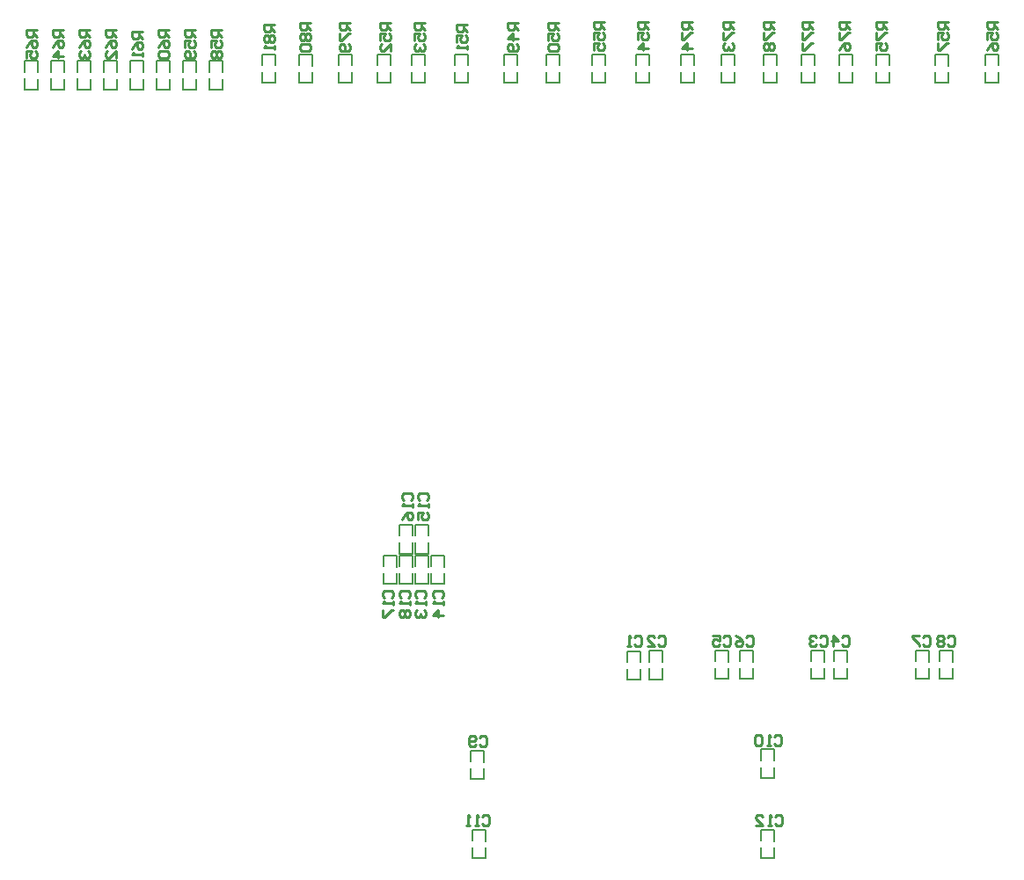
<source format=gbo>
G04*
G04 #@! TF.GenerationSoftware,Altium Limited,Altium Designer,22.3.1 (43)*
G04*
G04 Layer_Color=32896*
%FSLAX25Y25*%
%MOIN*%
G70*
G04*
G04 #@! TF.SameCoordinates,6E346DA1-06B3-48DF-BE1B-420114EF1470*
G04*
G04*
G04 #@! TF.FilePolarity,Positive*
G04*
G01*
G75*
%ADD11C,0.01000*%
%ADD12C,0.00500*%
D11*
X325499Y357832D02*
X321501D01*
Y355832D01*
X322167Y355166D01*
X323500D01*
X324166Y355832D01*
Y357832D01*
Y356499D02*
X325499Y355166D01*
X321501Y353833D02*
Y351167D01*
X322167D01*
X324833Y353833D01*
X325499D01*
Y347835D02*
X321501D01*
X323500Y349834D01*
Y347168D01*
X292099Y357832D02*
X288101D01*
Y355832D01*
X288767Y355166D01*
X290100D01*
X290766Y355832D01*
Y357832D01*
Y356499D02*
X292099Y355166D01*
X288101Y351167D02*
Y353833D01*
X290100D01*
X289434Y352500D01*
Y351834D01*
X290100Y351167D01*
X291433D01*
X292099Y351834D01*
Y353167D01*
X291433Y353833D01*
X288101Y347168D02*
Y349834D01*
X290100D01*
X289434Y348501D01*
Y347835D01*
X290100Y347168D01*
X291433D01*
X292099Y347835D01*
Y349168D01*
X291433Y349834D01*
X308799Y357832D02*
X304801D01*
Y355832D01*
X305467Y355166D01*
X306800D01*
X307466Y355832D01*
Y357832D01*
Y356499D02*
X308799Y355166D01*
X304801Y351167D02*
Y353833D01*
X306800D01*
X306134Y352500D01*
Y351834D01*
X306800Y351167D01*
X308133D01*
X308799Y351834D01*
Y353166D01*
X308133Y353833D01*
X308799Y347835D02*
X304801D01*
X306800Y349834D01*
Y347168D01*
X274699Y357332D02*
X270701D01*
Y355332D01*
X271367Y354666D01*
X272700D01*
X273366Y355332D01*
Y357332D01*
Y355999D02*
X274699Y354666D01*
X270701Y350667D02*
Y353333D01*
X272700D01*
X272034Y352000D01*
Y351334D01*
X272700Y350667D01*
X274033D01*
X274699Y351334D01*
Y352666D01*
X274033Y353333D01*
X271367Y349334D02*
X270701Y348668D01*
Y347335D01*
X271367Y346668D01*
X274033D01*
X274699Y347335D01*
Y348668D01*
X274033Y349334D01*
X271367D01*
X259299Y357332D02*
X255301D01*
Y355332D01*
X255967Y354666D01*
X257300D01*
X257966Y355332D01*
Y357332D01*
Y355999D02*
X259299Y354666D01*
Y351334D02*
X255301D01*
X257300Y353333D01*
Y350667D01*
X258633Y349334D02*
X259299Y348668D01*
Y347335D01*
X258633Y346668D01*
X255967D01*
X255301Y347335D01*
Y348668D01*
X255967Y349334D01*
X256633D01*
X257300Y348668D01*
Y346668D01*
X167099Y356665D02*
X163101D01*
Y354666D01*
X163767Y353999D01*
X165100D01*
X165766Y354666D01*
Y356665D01*
Y355332D02*
X167099Y353999D01*
X163767Y352666D02*
X163101Y352000D01*
Y350667D01*
X163767Y350001D01*
X164434D01*
X165100Y350667D01*
X165766Y350001D01*
X166433D01*
X167099Y350667D01*
Y352000D01*
X166433Y352666D01*
X165766D01*
X165100Y352000D01*
X164434Y352666D01*
X163767D01*
X165100Y352000D02*
Y350667D01*
X167099Y348668D02*
Y347335D01*
Y348001D01*
X163101D01*
X163767Y348668D01*
X180599Y357332D02*
X176601D01*
Y355332D01*
X177267Y354666D01*
X178600D01*
X179266Y355332D01*
Y357332D01*
Y355999D02*
X180599Y354666D01*
X177267Y353333D02*
X176601Y352666D01*
Y351334D01*
X177267Y350667D01*
X177934D01*
X178600Y351334D01*
X179266Y350667D01*
X179933D01*
X180599Y351334D01*
Y352666D01*
X179933Y353333D01*
X179266D01*
X178600Y352666D01*
X177934Y353333D01*
X177267D01*
X178600Y352666D02*
Y351334D01*
X177267Y349334D02*
X176601Y348668D01*
Y347335D01*
X177267Y346668D01*
X179933D01*
X180599Y347335D01*
Y348668D01*
X179933Y349334D01*
X177267D01*
X195649Y357332D02*
X191651D01*
Y355332D01*
X192317Y354666D01*
X193650D01*
X194316Y355332D01*
Y357332D01*
Y355999D02*
X195649Y354666D01*
X191651Y353333D02*
Y350667D01*
X192317D01*
X194983Y353333D01*
X195649D01*
X194983Y349334D02*
X195649Y348668D01*
Y347335D01*
X194983Y346668D01*
X192317D01*
X191651Y347335D01*
Y348668D01*
X192317Y349334D01*
X192983D01*
X193650Y348668D01*
Y346668D01*
X356499Y357832D02*
X352501D01*
Y355832D01*
X353167Y355166D01*
X354500D01*
X355166Y355832D01*
Y357832D01*
Y356499D02*
X356499Y355166D01*
X352501Y353833D02*
Y351167D01*
X353167D01*
X355833Y353833D01*
X356499D01*
X353167Y349834D02*
X352501Y349168D01*
Y347835D01*
X353167Y347168D01*
X353834D01*
X354500Y347835D01*
X355166Y347168D01*
X355833D01*
X356499Y347835D01*
Y349168D01*
X355833Y349834D01*
X355166D01*
X354500Y349168D01*
X353834Y349834D01*
X353167D01*
X354500Y349168D02*
Y347835D01*
X370999Y357832D02*
X367001D01*
Y355832D01*
X367667Y355166D01*
X369000D01*
X369666Y355832D01*
Y357832D01*
Y356499D02*
X370999Y355166D01*
X367001Y353833D02*
Y351167D01*
X367667D01*
X370333Y353833D01*
X370999D01*
X367001Y349834D02*
Y347168D01*
X367667D01*
X370333Y349834D01*
X370999D01*
X384999Y357832D02*
X381001D01*
Y355832D01*
X381667Y355166D01*
X383000D01*
X383666Y355832D01*
Y357832D01*
Y356499D02*
X384999Y355166D01*
X381001Y353833D02*
Y351167D01*
X381667D01*
X384333Y353833D01*
X384999D01*
X381001Y347168D02*
X381667Y348501D01*
X383000Y349834D01*
X384333D01*
X384999Y349168D01*
Y347835D01*
X384333Y347168D01*
X383666D01*
X383000Y347835D01*
Y349834D01*
X398999Y357832D02*
X395001D01*
Y355832D01*
X395667Y355166D01*
X397000D01*
X397666Y355832D01*
Y357832D01*
Y356499D02*
X398999Y355166D01*
X395001Y353833D02*
Y351167D01*
X395667D01*
X398333Y353833D01*
X398999D01*
X395001Y347168D02*
Y349834D01*
X397000D01*
X396334Y348501D01*
Y347835D01*
X397000Y347168D01*
X398333D01*
X398999Y347835D01*
Y349168D01*
X398333Y349834D01*
X340999Y357832D02*
X337001D01*
Y355832D01*
X337667Y355166D01*
X339000D01*
X339666Y355832D01*
Y357832D01*
Y356499D02*
X340999Y355166D01*
X337001Y353833D02*
Y351167D01*
X337667D01*
X340333Y353833D01*
X340999D01*
X337667Y349834D02*
X337001Y349168D01*
Y347835D01*
X337667Y347168D01*
X338334D01*
X339000Y347835D01*
Y348501D01*
Y347835D01*
X339666Y347168D01*
X340333D01*
X340999Y347835D01*
Y349168D01*
X340333Y349834D01*
X76999Y354832D02*
X73001D01*
Y352832D01*
X73667Y352166D01*
X75000D01*
X75666Y352832D01*
Y354832D01*
Y353499D02*
X76999Y352166D01*
X73001Y348167D02*
X73667Y349500D01*
X75000Y350833D01*
X76333D01*
X76999Y350167D01*
Y348834D01*
X76333Y348167D01*
X75666D01*
X75000Y348834D01*
Y350833D01*
X73001Y344168D02*
Y346834D01*
X75000D01*
X74334Y345501D01*
Y344835D01*
X75000Y344168D01*
X76333D01*
X76999Y344835D01*
Y346168D01*
X76333Y346834D01*
X86999Y354832D02*
X83001D01*
Y352832D01*
X83667Y352166D01*
X85000D01*
X85666Y352832D01*
Y354832D01*
Y353499D02*
X86999Y352166D01*
X83001Y348167D02*
X83667Y349500D01*
X85000Y350833D01*
X86333D01*
X86999Y350166D01*
Y348834D01*
X86333Y348167D01*
X85666D01*
X85000Y348834D01*
Y350833D01*
X86999Y344835D02*
X83001D01*
X85000Y346834D01*
Y344168D01*
X96999Y354832D02*
X93001D01*
Y352832D01*
X93667Y352166D01*
X95000D01*
X95666Y352832D01*
Y354832D01*
Y353499D02*
X96999Y352166D01*
X93001Y348167D02*
X93667Y349500D01*
X95000Y350833D01*
X96333D01*
X96999Y350167D01*
Y348834D01*
X96333Y348167D01*
X95666D01*
X95000Y348834D01*
Y350833D01*
X93667Y346834D02*
X93001Y346168D01*
Y344835D01*
X93667Y344168D01*
X94333D01*
X95000Y344835D01*
Y345501D01*
Y344835D01*
X95666Y344168D01*
X96333D01*
X96999Y344835D01*
Y346168D01*
X96333Y346834D01*
X106999Y354832D02*
X103001D01*
Y352832D01*
X103667Y352166D01*
X105000D01*
X105666Y352832D01*
Y354832D01*
Y353499D02*
X106999Y352166D01*
X103001Y348167D02*
X103667Y349500D01*
X105000Y350833D01*
X106333D01*
X106999Y350166D01*
Y348834D01*
X106333Y348167D01*
X105666D01*
X105000Y348834D01*
Y350833D01*
X106999Y344168D02*
Y346834D01*
X104333Y344168D01*
X103667D01*
X103001Y344835D01*
Y346168D01*
X103667Y346834D01*
X116999Y354165D02*
X113001D01*
Y352166D01*
X113667Y351499D01*
X115000D01*
X115666Y352166D01*
Y354165D01*
Y352832D02*
X116999Y351499D01*
X113001Y347501D02*
X113667Y348834D01*
X115000Y350166D01*
X116333D01*
X116999Y349500D01*
Y348167D01*
X116333Y347501D01*
X115666D01*
X115000Y348167D01*
Y350166D01*
X116999Y346168D02*
Y344835D01*
Y345501D01*
X113001D01*
X113667Y346168D01*
X126999Y354832D02*
X123001D01*
Y352832D01*
X123667Y352166D01*
X125000D01*
X125666Y352832D01*
Y354832D01*
Y353499D02*
X126999Y352166D01*
X123001Y348167D02*
X123667Y349500D01*
X125000Y350833D01*
X126333D01*
X126999Y350166D01*
Y348834D01*
X126333Y348167D01*
X125666D01*
X125000Y348834D01*
Y350833D01*
X123667Y346834D02*
X123001Y346168D01*
Y344835D01*
X123667Y344168D01*
X126333D01*
X126999Y344835D01*
Y346168D01*
X126333Y346834D01*
X123667D01*
X136999Y354832D02*
X133001D01*
Y352832D01*
X133667Y352166D01*
X135000D01*
X135666Y352832D01*
Y354832D01*
Y353499D02*
X136999Y352166D01*
X133001Y348167D02*
Y350833D01*
X135000D01*
X134334Y349500D01*
Y348834D01*
X135000Y348167D01*
X136333D01*
X136999Y348834D01*
Y350166D01*
X136333Y350833D01*
Y346834D02*
X136999Y346168D01*
Y344835D01*
X136333Y344168D01*
X133667D01*
X133001Y344835D01*
Y346168D01*
X133667Y346834D01*
X134334D01*
X135000Y346168D01*
Y344168D01*
X146999Y354832D02*
X143001D01*
Y352832D01*
X143667Y352166D01*
X145000D01*
X145666Y352832D01*
Y354832D01*
Y353499D02*
X146999Y352166D01*
X143001Y348167D02*
Y350833D01*
X145000D01*
X144334Y349500D01*
Y348834D01*
X145000Y348167D01*
X146333D01*
X146999Y348834D01*
Y350166D01*
X146333Y350833D01*
X143667Y346834D02*
X143001Y346168D01*
Y344835D01*
X143667Y344168D01*
X144334D01*
X145000Y344835D01*
X145666Y344168D01*
X146333D01*
X146999Y344835D01*
Y346168D01*
X146333Y346834D01*
X145666D01*
X145000Y346168D01*
X144334Y346834D01*
X143667D01*
X145000Y346168D02*
Y344835D01*
X422199Y357832D02*
X418201D01*
Y355832D01*
X418867Y355166D01*
X420200D01*
X420866Y355832D01*
Y357832D01*
Y356499D02*
X422199Y355166D01*
X418201Y351167D02*
Y353833D01*
X420200D01*
X419534Y352500D01*
Y351834D01*
X420200Y351167D01*
X421533D01*
X422199Y351834D01*
Y353166D01*
X421533Y353833D01*
X418201Y349834D02*
Y347168D01*
X418867D01*
X421533Y349834D01*
X422199D01*
X440999Y357832D02*
X437001D01*
Y355832D01*
X437667Y355166D01*
X439000D01*
X439666Y355832D01*
Y357832D01*
Y356499D02*
X440999Y355166D01*
X437001Y351167D02*
Y353833D01*
X439000D01*
X438334Y352500D01*
Y351834D01*
X439000Y351167D01*
X440333D01*
X440999Y351834D01*
Y353166D01*
X440333Y353833D01*
X437001Y347168D02*
X437667Y348501D01*
X439000Y349834D01*
X440333D01*
X440999Y349168D01*
Y347835D01*
X440333Y347168D01*
X439666D01*
X439000Y347835D01*
Y349834D01*
X223999Y357332D02*
X220001D01*
Y355332D01*
X220667Y354666D01*
X222000D01*
X222666Y355332D01*
Y357332D01*
Y355999D02*
X223999Y354666D01*
X220001Y350667D02*
Y353333D01*
X222000D01*
X221334Y352000D01*
Y351334D01*
X222000Y350667D01*
X223333D01*
X223999Y351334D01*
Y352666D01*
X223333Y353333D01*
X220667Y349334D02*
X220001Y348668D01*
Y347335D01*
X220667Y346668D01*
X221334D01*
X222000Y347335D01*
Y348001D01*
Y347335D01*
X222666Y346668D01*
X223333D01*
X223999Y347335D01*
Y348668D01*
X223333Y349334D01*
X210899Y357332D02*
X206901D01*
Y355332D01*
X207567Y354666D01*
X208900D01*
X209566Y355332D01*
Y357332D01*
Y355999D02*
X210899Y354666D01*
X206901Y350667D02*
Y353333D01*
X208900D01*
X208233Y352000D01*
Y351334D01*
X208900Y350667D01*
X210233D01*
X210899Y351334D01*
Y352666D01*
X210233Y353333D01*
X210899Y346668D02*
Y349334D01*
X208233Y346668D01*
X207567D01*
X206901Y347335D01*
Y348668D01*
X207567Y349334D01*
X240099Y356665D02*
X236101D01*
Y354666D01*
X236767Y353999D01*
X238100D01*
X238766Y354666D01*
Y356665D01*
Y355332D02*
X240099Y353999D01*
X236101Y350001D02*
Y352666D01*
X238100D01*
X237434Y351334D01*
Y350667D01*
X238100Y350001D01*
X239433D01*
X240099Y350667D01*
Y352000D01*
X239433Y352666D01*
X240099Y348668D02*
Y347335D01*
Y348001D01*
X236101D01*
X236767Y348668D01*
X215067Y139333D02*
X214401Y139999D01*
Y141332D01*
X215067Y141998D01*
X217733D01*
X218399Y141332D01*
Y139999D01*
X217733Y139333D01*
X218399Y138000D02*
Y136667D01*
Y137333D01*
X214401D01*
X215067Y138000D01*
Y134667D02*
X214401Y134001D01*
Y132668D01*
X215067Y132002D01*
X215734D01*
X216400Y132668D01*
X217066Y132002D01*
X217733D01*
X218399Y132668D01*
Y134001D01*
X217733Y134667D01*
X217066D01*
X216400Y134001D01*
X215734Y134667D01*
X215067D01*
X216400Y134001D02*
Y132668D01*
X208667Y139333D02*
X208001Y139999D01*
Y141332D01*
X208667Y141998D01*
X211333D01*
X211999Y141332D01*
Y139999D01*
X211333Y139333D01*
X211999Y138000D02*
Y136667D01*
Y137333D01*
X208001D01*
X208667Y138000D01*
X208001Y134667D02*
Y132002D01*
X208667D01*
X211333Y134667D01*
X211999D01*
X216167Y176533D02*
X215501Y177199D01*
Y178532D01*
X216167Y179198D01*
X218833D01*
X219499Y178532D01*
Y177199D01*
X218833Y176533D01*
X219499Y175200D02*
Y173867D01*
Y174533D01*
X215501D01*
X216167Y175200D01*
X215501Y169202D02*
X216167Y170535D01*
X217500Y171867D01*
X218833D01*
X219499Y171201D01*
Y169868D01*
X218833Y169202D01*
X218166D01*
X217500Y169868D01*
Y171867D01*
X221867Y176433D02*
X221201Y177099D01*
Y178432D01*
X221867Y179098D01*
X224533D01*
X225199Y178432D01*
Y177099D01*
X224533Y176433D01*
X225199Y175100D02*
Y173767D01*
Y174433D01*
X221201D01*
X221867Y175100D01*
X221201Y169102D02*
Y171767D01*
X223200D01*
X222534Y170434D01*
Y169768D01*
X223200Y169102D01*
X224533D01*
X225199Y169768D01*
Y171101D01*
X224533Y171767D01*
X227767Y139433D02*
X227101Y140099D01*
Y141432D01*
X227767Y142098D01*
X230433D01*
X231099Y141432D01*
Y140099D01*
X230433Y139433D01*
X231099Y138100D02*
Y136767D01*
Y137433D01*
X227101D01*
X227767Y138100D01*
X231099Y132768D02*
X227101D01*
X229100Y134767D01*
Y132102D01*
X221167Y139333D02*
X220501Y139999D01*
Y141332D01*
X221167Y141998D01*
X223833D01*
X224499Y141332D01*
Y139999D01*
X223833Y139333D01*
X224499Y138000D02*
Y136667D01*
Y137333D01*
X220501D01*
X221167Y138000D01*
Y134667D02*
X220501Y134001D01*
Y132668D01*
X221167Y132002D01*
X221834D01*
X222500Y132668D01*
Y133335D01*
Y132668D01*
X223166Y132002D01*
X223833D01*
X224499Y132668D01*
Y134001D01*
X223833Y134667D01*
X356833Y56333D02*
X357499Y56999D01*
X358832D01*
X359498Y56333D01*
Y53667D01*
X358832Y53001D01*
X357499D01*
X356833Y53667D01*
X355500Y53001D02*
X354167D01*
X354833D01*
Y56999D01*
X355500Y56333D01*
X349502Y53001D02*
X352167D01*
X349502Y55666D01*
Y56333D01*
X350168Y56999D01*
X351501D01*
X352167Y56333D01*
X245666D02*
X246333Y56999D01*
X247666D01*
X248332Y56333D01*
Y53667D01*
X247666Y53001D01*
X246333D01*
X245666Y53667D01*
X244333Y53001D02*
X243000D01*
X243667D01*
Y56999D01*
X244333Y56333D01*
X241001Y53001D02*
X239668D01*
X240335D01*
Y56999D01*
X241001Y56333D01*
X356333Y86833D02*
X356999Y87499D01*
X358332D01*
X358998Y86833D01*
Y84167D01*
X358332Y83501D01*
X356999D01*
X356333Y84167D01*
X355000Y83501D02*
X353667D01*
X354333D01*
Y87499D01*
X355000Y86833D01*
X351667D02*
X351001Y87499D01*
X349668D01*
X349002Y86833D01*
Y84167D01*
X349668Y83501D01*
X351001D01*
X351667Y84167D01*
Y86833D01*
X244666Y86333D02*
X245333Y86999D01*
X246666D01*
X247332Y86333D01*
Y83667D01*
X246666Y83001D01*
X245333D01*
X244666Y83667D01*
X243334D02*
X242667Y83001D01*
X241334D01*
X240668Y83667D01*
Y86333D01*
X241334Y86999D01*
X242667D01*
X243334Y86333D01*
Y85666D01*
X242667Y85000D01*
X240668D01*
X422166Y124333D02*
X422833Y124999D01*
X424166D01*
X424832Y124333D01*
Y121667D01*
X424166Y121001D01*
X422833D01*
X422166Y121667D01*
X420833Y124333D02*
X420167Y124999D01*
X418834D01*
X418168Y124333D01*
Y123667D01*
X418834Y123000D01*
X418168Y122334D01*
Y121667D01*
X418834Y121001D01*
X420167D01*
X420833Y121667D01*
Y122334D01*
X420167Y123000D01*
X420833Y123667D01*
Y124333D01*
X420167Y123000D02*
X418834D01*
X412666Y124333D02*
X413333Y124999D01*
X414666D01*
X415332Y124333D01*
Y121667D01*
X414666Y121001D01*
X413333D01*
X412666Y121667D01*
X411334Y124999D02*
X408668D01*
Y124333D01*
X411334Y121667D01*
Y121001D01*
X345666Y124333D02*
X346333Y124999D01*
X347666D01*
X348332Y124333D01*
Y121667D01*
X347666Y121001D01*
X346333D01*
X345666Y121667D01*
X341668Y124999D02*
X343001Y124333D01*
X344334Y123000D01*
Y121667D01*
X343667Y121001D01*
X342334D01*
X341668Y121667D01*
Y122334D01*
X342334Y123000D01*
X344334D01*
X337166Y124333D02*
X337833Y124999D01*
X339166D01*
X339832Y124333D01*
Y121667D01*
X339166Y121001D01*
X337833D01*
X337166Y121667D01*
X333168Y124999D02*
X335834D01*
Y123000D01*
X334501Y123667D01*
X333834D01*
X333168Y123000D01*
Y121667D01*
X333834Y121001D01*
X335167D01*
X335834Y121667D01*
X382166Y124333D02*
X382833Y124999D01*
X384166D01*
X384832Y124333D01*
Y121667D01*
X384166Y121001D01*
X382833D01*
X382166Y121667D01*
X378834Y121001D02*
Y124999D01*
X380834Y123000D01*
X378168D01*
X373666Y124333D02*
X374333Y124999D01*
X375666D01*
X376332Y124333D01*
Y121667D01*
X375666Y121001D01*
X374333D01*
X373666Y121667D01*
X372334Y124333D02*
X371667Y124999D01*
X370334D01*
X369668Y124333D01*
Y123667D01*
X370334Y123000D01*
X371001D01*
X370334D01*
X369668Y122334D01*
Y121667D01*
X370334Y121001D01*
X371667D01*
X372334Y121667D01*
X312366Y124333D02*
X313033Y124999D01*
X314366D01*
X315032Y124333D01*
Y121667D01*
X314366Y121001D01*
X313033D01*
X312366Y121667D01*
X308368Y121001D02*
X311034D01*
X308368Y123667D01*
Y124333D01*
X309034Y124999D01*
X310367D01*
X311034Y124333D01*
X303400D02*
X304066Y124999D01*
X305399D01*
X306066Y124333D01*
Y121667D01*
X305399Y121001D01*
X304066D01*
X303400Y121667D01*
X302067Y121001D02*
X300734D01*
X301401D01*
Y124999D01*
X302067Y124333D01*
D12*
X441500Y341300D02*
Y345400D01*
X436500D02*
X441500D01*
X436500Y341300D02*
Y345400D01*
Y334600D02*
Y338800D01*
Y334600D02*
X441500D01*
Y338700D01*
X417500Y334600D02*
Y338700D01*
Y334600D02*
X422500D01*
Y338700D01*
Y341200D02*
Y345400D01*
X417500D02*
X422500D01*
X417500Y341300D02*
Y345400D01*
X357500Y341300D02*
Y345400D01*
X352500D02*
X357500D01*
X352500Y341300D02*
Y345400D01*
Y334600D02*
Y338800D01*
Y334600D02*
X357500D01*
Y338700D01*
X371600Y341300D02*
Y345400D01*
X366600D02*
X371600D01*
X366600Y341300D02*
Y345400D01*
Y334600D02*
Y338800D01*
Y334600D02*
X371600D01*
Y338700D01*
X400000Y341300D02*
Y345400D01*
X395000D02*
X400000D01*
X395000Y341300D02*
Y345400D01*
Y334600D02*
Y338800D01*
Y334600D02*
X400000D01*
Y338700D01*
X386000Y341300D02*
Y345400D01*
X381000D02*
X386000D01*
X381000Y341300D02*
Y345400D01*
Y334600D02*
Y338800D01*
Y334600D02*
X386000D01*
Y338700D01*
X326000Y334600D02*
Y338700D01*
X321000Y334600D02*
X326000D01*
X321000D02*
Y338800D01*
Y341300D02*
Y345400D01*
X326000D01*
Y341300D02*
Y345400D01*
X292500Y341300D02*
Y345400D01*
X287500D02*
X292500D01*
X287500Y341300D02*
Y345400D01*
Y334600D02*
Y338800D01*
Y334600D02*
X292500D01*
Y338700D01*
X309000Y334600D02*
Y338700D01*
X304000Y334600D02*
X309000D01*
X304000D02*
Y338800D01*
Y341300D02*
Y345400D01*
X309000D01*
Y341300D02*
Y345400D01*
X275000Y334600D02*
Y338700D01*
X270000Y334600D02*
X275000D01*
X270000D02*
Y338800D01*
Y341300D02*
Y345400D01*
X275000D01*
Y341300D02*
Y345400D01*
X259000Y334600D02*
Y338700D01*
X254000Y334600D02*
X259000D01*
X254000D02*
Y338800D01*
Y341300D02*
Y345400D01*
X259000D01*
Y341300D02*
Y345400D01*
X341500Y341300D02*
Y345400D01*
X336500D02*
X341500D01*
X336500Y341300D02*
Y345400D01*
Y334600D02*
Y338800D01*
Y334600D02*
X341500D01*
Y338700D01*
X211000Y334600D02*
Y338700D01*
X206000Y334600D02*
X211000D01*
X206000D02*
Y338800D01*
Y341300D02*
Y345400D01*
X211000D01*
Y341300D02*
Y345400D01*
X196500Y341300D02*
Y345400D01*
X191500D02*
X196500D01*
X191500Y341300D02*
Y345400D01*
Y334600D02*
Y338800D01*
Y334600D02*
X196500D01*
Y338700D01*
X176500Y334600D02*
Y338700D01*
Y334600D02*
X181500D01*
Y338700D01*
Y341200D02*
Y345400D01*
X176500D02*
X181500D01*
X176500Y341300D02*
Y345400D01*
X167500Y341300D02*
Y345400D01*
X162500D02*
X167500D01*
X162500Y341300D02*
Y345400D01*
Y334600D02*
Y338800D01*
Y334600D02*
X167500D01*
Y338700D01*
X240500Y341300D02*
Y345400D01*
X235500D02*
X240500D01*
X235500Y341300D02*
Y345400D01*
Y334600D02*
Y338800D01*
Y334600D02*
X240500D01*
Y338700D01*
X224000Y341300D02*
Y345400D01*
X219000D02*
X224000D01*
X219000Y341300D02*
Y345400D01*
Y334600D02*
Y338800D01*
Y334600D02*
X224000D01*
Y338700D01*
X87500Y338800D02*
Y342900D01*
X82500D02*
X87500D01*
X82500Y338800D02*
Y342900D01*
Y332100D02*
Y336300D01*
Y332100D02*
X87500D01*
Y336200D01*
X147500Y338800D02*
Y342900D01*
X142500D02*
X147500D01*
X142500Y338800D02*
Y342900D01*
Y332100D02*
Y336300D01*
Y332100D02*
X147500D01*
Y336200D01*
X137500Y338800D02*
Y342900D01*
X132500D02*
X137500D01*
X132500Y338800D02*
Y342900D01*
Y332100D02*
Y336300D01*
Y332100D02*
X137500D01*
Y336200D01*
X127500Y338800D02*
Y342900D01*
X122500D02*
X127500D01*
X122500Y338800D02*
Y342900D01*
Y332100D02*
Y336300D01*
Y332100D02*
X127500D01*
Y336200D01*
X117500Y338800D02*
Y342900D01*
X112500D02*
X117500D01*
X112500Y338800D02*
Y342900D01*
Y332100D02*
Y336300D01*
Y332100D02*
X117500D01*
Y336200D01*
X107500Y338800D02*
Y342900D01*
X102500D02*
X107500D01*
X102500Y338800D02*
Y342900D01*
Y332100D02*
Y336300D01*
Y332100D02*
X107500D01*
Y336200D01*
X97500Y338800D02*
Y342900D01*
X92500D02*
X97500D01*
X92500Y338800D02*
Y342900D01*
Y332100D02*
Y336300D01*
Y332100D02*
X97500D01*
Y336200D01*
X77500Y338800D02*
Y342900D01*
X72500D02*
X77500D01*
X72500Y338800D02*
Y342900D01*
Y332100D02*
Y336300D01*
Y332100D02*
X77500D01*
Y336200D01*
X309000Y108500D02*
Y112600D01*
Y108500D02*
X314000D01*
Y112600D01*
Y115100D02*
Y119300D01*
X309000D02*
X314000D01*
X309000Y115200D02*
Y119300D01*
X410000Y108600D02*
Y112700D01*
Y108600D02*
X415000D01*
Y112700D01*
Y115200D02*
Y119400D01*
X410000D02*
X415000D01*
X410000Y115300D02*
Y119400D01*
X351500Y71100D02*
Y75200D01*
Y71100D02*
X356500D01*
Y75200D01*
Y77700D02*
Y81900D01*
X351500D02*
X356500D01*
X351500Y77800D02*
Y81900D01*
X241500Y70600D02*
Y74700D01*
Y70600D02*
X246500D01*
Y74700D01*
Y77200D02*
Y81400D01*
X241500D02*
X246500D01*
X241500Y77300D02*
Y81400D01*
X370500Y108600D02*
Y112700D01*
Y108600D02*
X375500D01*
Y112700D01*
Y115200D02*
Y119400D01*
X370500D02*
X375500D01*
X370500Y115300D02*
Y119400D01*
X379000Y108600D02*
Y112700D01*
Y108600D02*
X384000D01*
Y112700D01*
Y115200D02*
Y119400D01*
X379000D02*
X384000D01*
X379000Y115300D02*
Y119400D01*
X300800Y108400D02*
Y112500D01*
Y108400D02*
X305800D01*
Y112500D01*
Y115000D02*
Y119200D01*
X300800D02*
X305800D01*
X300800Y115100D02*
Y119200D01*
X343500Y108600D02*
Y112700D01*
Y108600D02*
X348500D01*
Y112700D01*
Y115200D02*
Y119400D01*
X343500D02*
X348500D01*
X343500Y115300D02*
Y119400D01*
X334000Y108600D02*
Y112700D01*
Y108600D02*
X339000D01*
Y112700D01*
Y115200D02*
Y119400D01*
X334000D02*
X339000D01*
X334000Y115300D02*
Y119400D01*
X419000Y108600D02*
Y112700D01*
Y108600D02*
X424000D01*
Y112700D01*
Y115200D02*
Y119400D01*
X419000D02*
X424000D01*
X419000Y115300D02*
Y119400D01*
X351500Y40600D02*
Y44700D01*
Y40600D02*
X356500D01*
Y44700D01*
Y47200D02*
Y51400D01*
X351500D02*
X356500D01*
X351500Y47300D02*
Y51400D01*
X242000Y40600D02*
Y44700D01*
Y40600D02*
X247000D01*
Y44700D01*
Y47200D02*
Y51400D01*
X242000D02*
X247000D01*
X242000Y47300D02*
Y51400D01*
X225500Y162900D02*
Y167000D01*
X220500D02*
X225500D01*
X220500Y162900D02*
Y167000D01*
Y156200D02*
Y160400D01*
Y156200D02*
X225500D01*
Y160300D01*
X214500Y144600D02*
Y148700D01*
Y144600D02*
X219500D01*
Y148700D01*
Y151200D02*
Y155400D01*
X214500D02*
X219500D01*
X214500Y151300D02*
Y155400D01*
X219500Y162900D02*
Y167000D01*
X214500D02*
X219500D01*
X214500Y162900D02*
Y167000D01*
Y156200D02*
Y160400D01*
Y156200D02*
X219500D01*
Y160300D01*
X208500Y144600D02*
Y148700D01*
Y144600D02*
X213500D01*
Y148700D01*
Y151200D02*
Y155400D01*
X208500D02*
X213500D01*
X208500Y151300D02*
Y155400D01*
X220500Y151300D02*
Y155400D01*
X225500D01*
Y151200D02*
Y155400D01*
Y144600D02*
Y148700D01*
X220500Y144600D02*
X225500D01*
X220500D02*
Y148700D01*
X226500Y151300D02*
Y155400D01*
X231500D01*
Y151200D02*
Y155400D01*
Y144600D02*
Y148700D01*
X226500Y144600D02*
X231500D01*
X226500D02*
Y148700D01*
M02*

</source>
